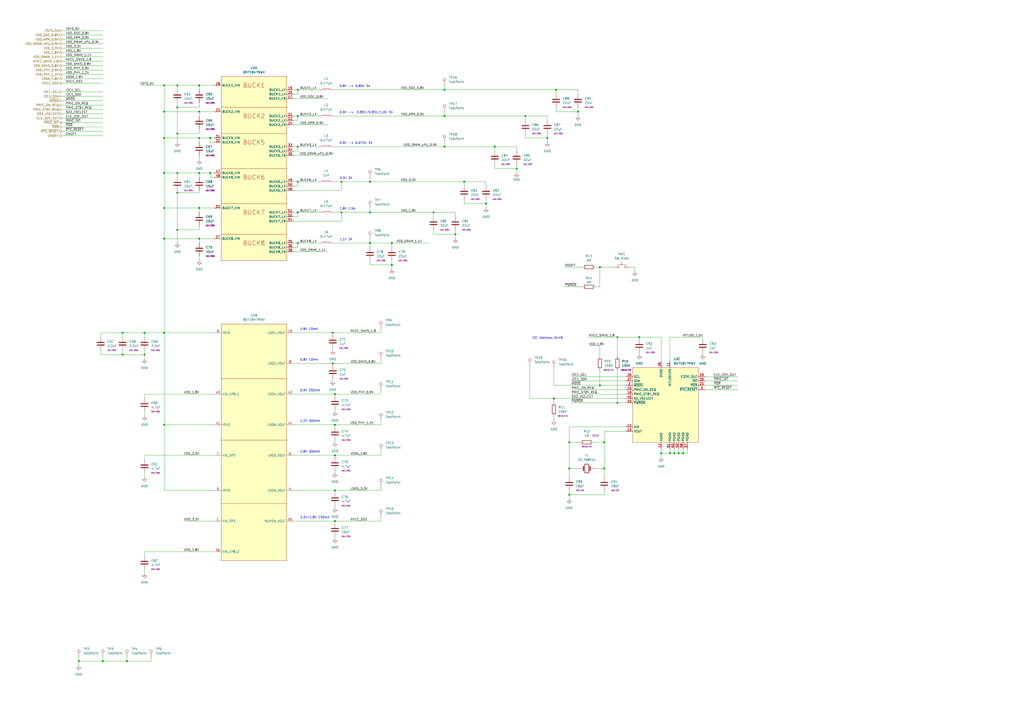
<source format=kicad_sch>
(kicad_sch (version 20230121) (generator eeschema)
  (paper "A2")
  (title_block (title "QSBC") (date "2023-02-19") (rev "1.0") (company "Q-LAB"))
  (junction (at 383.54 262.89))
  (junction (at 121.92 100.33))
  (junction (at 102.87 49.53))
  (junction (at 95.25 120.65))
  (junction (at 257.81 67.31))
  (junction (at 299.72 97.79))
  (junction (at 304.8 67.31))
  (junction (at 115.57 80.01))
  (junction (at 347.98 223.52))
  (junction (at 73.66 383.54))
  (junction (at 83.82 205.74))
  (junction (at 95.25 246.38))
  (junction (at 194.31 264.16))
  (junction (at 194.31 228.6))
  (junction (at 115.57 120.65))
  (junction (at 358.14 195.58))
  (junction (at 322.58 52.07))
  (junction (at 172.72 85.09))
  (junction (at 393.7 262.89))
  (junction (at 115.57 100.33))
  (junction (at 121.92 80.01))
  (junction (at 115.57 138.43))
  (junction (at 214.63 105.41))
  (junction (at 321.31 231.14))
  (junction (at 95.25 193.04))
  (junction (at 115.57 64.77))
  (junction (at 194.31 284.48))
  (junction (at 194.31 246.38))
  (junction (at 347.98 154.94))
  (junction (at 198.12 123.19))
  (junction (at 330.2 256.54))
  (junction (at 102.87 133.35))
  (junction (at 391.16 262.89))
  (junction (at 95.25 138.43))
  (junction (at 102.87 77.47))
  (junction (at 95.25 100.33))
  (junction (at 95.25 64.77))
  (junction (at 102.87 100.33))
  (junction (at 264.16 135.89))
  (junction (at 251.46 123.19))
  (junction (at 115.57 49.53))
  (junction (at 214.63 123.19))
  (junction (at 317.5 80.01))
  (junction (at 45.72 383.54))
  (junction (at 287.02 85.09))
  (junction (at 193.04 193.04))
  (junction (at 214.63 140.97))
  (junction (at 172.72 105.41))
  (junction (at 59.69 383.54))
  (junction (at 198.12 105.41))
  (junction (at 95.25 49.53))
  (junction (at 194.31 302.26))
  (junction (at 95.25 80.01))
  (junction (at 172.72 67.31))
  (junction (at 396.24 262.89))
  (junction (at 350.52 256.54))
  (junction (at 102.87 62.23))
  (junction (at 172.72 123.19))
  (junction (at 257.81 52.07))
  (junction (at 330.2 287.02))
  (junction (at 257.81 85.09))
  (junction (at 358.14 233.68))
  (junction (at 71.12 205.74))
  (junction (at 388.62 262.89))
  (junction (at 83.82 193.04))
  (junction (at 269.24 105.41))
  (junction (at 281.94 118.11))
  (junction (at 193.04 210.82))
  (junction (at 370.84 195.58))
  (junction (at 227.33 140.97))
  (junction (at 227.33 153.67))
  (junction (at 172.72 52.07))
  (junction (at 71.12 193.04))
  (junction (at 330.2 271.78))
  (junction (at 172.72 140.97))
  (junction (at 350.52 271.78))
  (junction (at 335.28 64.77))
  (junction (at 102.87 111.76))
  (wire (pts (xy 220.98 281.94) (xy 220.98 284.48)))
  (wire (pts (xy 35.56 30.48) (xy 59.7644 30.48)))
  (wire (pts (xy 102.87 100.33) (xy 102.87 102.87)))
  (wire (pts (xy 193.04 193.04) (xy 193.04 194.31)))
  (wire (pts (xy 383.54 262.89) (xy 388.62 262.89)))
  (wire (pts (xy 115.57 80.01) (xy 121.92 80.01)))
  (wire (pts (xy 281.94 118.11) (xy 269.24 118.11)))
  (wire (pts (xy 95.25 138.43) (xy 115.57 138.43)))
  (wire (pts (xy 35.56 66.04) (xy 59.69 66.04)))
  (wire (pts (xy 95.25 100.33) (xy 95.25 120.65)))
  (wire (pts (xy 335.28 64.77) (xy 335.28 67.31)))
  (wire (pts (xy 322.58 52.07) (xy 322.58 54.61)))
  (wire (pts (xy 407.67 195.58) (xy 407.67 196.85)))
  (wire (pts (xy 193.04 201.93) (xy 193.04 203.2)))
  (wire (pts (xy 257.81 52.07) (xy 322.58 52.07)))
  (wire (pts (xy 193.04 123.19) (xy 198.12 123.19)))
  (wire (pts (xy 193.04 85.09) (xy 257.81 85.09)))
  (wire (pts (xy 350.52 256.54) (xy 350.52 250.19)))
  (wire (pts (xy 45.72 383.54) (xy 59.69 383.54)))
  (wire (pts (xy 172.72 140.97) (xy 185.42 140.97)))
  (wire (pts (xy 321.31 231.14) (xy 363.22 231.14)))
  (wire (pts (xy 35.56 20.32) (xy 59.69 20.32)))
  (wire (pts (xy 172.72 67.31) (xy 172.72 69.85)))
  (wire (pts (xy 388.62 195.58) (xy 407.67 195.58)))
  (wire (pts (xy 115.57 100.33) (xy 121.92 100.33)))
  (wire (pts (xy 257.81 64.77) (xy 257.81 67.31)))
  (wire (pts (xy 45.72 381) (xy 45.72 383.54)))
  (wire (pts (xy 59.69 383.54) (xy 73.66 383.54)))
  (wire (pts (xy 58.42 193.04) (xy 58.42 195.58)))
  (wire (pts (xy 102.87 59.69) (xy 102.87 62.23)))
  (wire (pts (xy 95.25 64.77) (xy 95.25 80.01)))
  (wire (pts (xy 170.18 54.61) (xy 172.72 54.61)))
  (wire (pts (xy 83.82 231.14) (xy 83.82 228.6)))
  (wire (pts (xy 365.76 154.94) (xy 368.3 154.94)))
  (wire (pts (xy 172.72 105.41) (xy 185.42 105.41)))
  (wire (pts (xy 95.25 80.01) (xy 95.25 100.33)))
  (wire (pts (xy 124.46 82.55) (xy 121.92 82.55)))
  (wire (pts (xy 194.31 284.48) (xy 220.98 284.48)))
  (wire (pts (xy 341.63 200.66) (xy 347.98 200.66)))
  (wire (pts (xy 299.72 95.25) (xy 299.72 97.79)))
  (wire (pts (xy 170.18 110.49) (xy 198.12 110.49)))
  (wire (pts (xy 214.63 151.13) (xy 214.63 153.67)))
  (wire (pts (xy 251.46 123.19) (xy 251.46 125.73)))
  (wire (pts (xy 83.82 193.04) (xy 83.82 195.58)))
  (wire (pts (xy 214.63 102.87) (xy 214.63 105.41)))
  (wire (pts (xy 115.57 64.77) (xy 115.57 67.31)))
  (wire (pts (xy 350.52 256.54) (xy 350.52 271.78)))
  (wire (pts (xy 269.24 105.41) (xy 281.94 105.41)))
  (wire (pts (xy 383.54 195.58) (xy 383.54 209.55)))
  (wire (pts (xy 35.56 22.86) (xy 59.69 22.86)))
  (wire (pts (xy 257.81 85.09) (xy 287.02 85.09)))
  (wire (pts (xy 172.72 52.07) (xy 172.72 54.61)))
  (wire (pts (xy 35.56 78.74) (xy 59.69 78.74)))
  (wire (pts (xy 368.3 157.48) (xy 368.3 154.94)))
  (wire (pts (xy 106.68 302.26) (xy 124.46 302.26)))
  (wire (pts (xy 193.04 219.71) (xy 193.04 220.98)))
  (wire (pts (xy 408.94 220.98) (xy 427.99 220.98)))
  (wire (pts (xy 220.98 243.84) (xy 220.98 246.38)))
  (wire (pts (xy 331.47 220.98) (xy 363.22 220.98)))
  (wire (pts (xy 83.82 193.04) (xy 71.12 193.04)))
  (wire (pts (xy 198.12 123.19) (xy 214.63 123.19)))
  (wire (pts (xy 322.58 52.07) (xy 335.28 52.07)))
  (wire (pts (xy 172.72 140.97) (xy 172.72 143.51)))
  (wire (pts (xy 35.56 25.4) (xy 59.69 25.4)))
  (wire (pts (xy 115.57 111.76) (xy 102.87 111.76)))
  (wire (pts (xy 304.8 77.47) (xy 304.8 80.01)))
  (wire (pts (xy 102.87 49.53) (xy 115.57 49.53)))
  (wire (pts (xy 95.25 246.38) (xy 95.25 284.48)))
  (wire (pts (xy 35.56 55.88) (xy 59.69 55.88)))
  (wire (pts (xy 73.66 381) (xy 73.66 383.54)))
  (wire (pts (xy 330.2 247.65) (xy 330.2 256.54)))
  (wire (pts (xy 172.72 52.07) (xy 185.42 52.07)))
  (wire (pts (xy 383.54 262.89) (xy 383.54 265.43)))
  (wire (pts (xy 194.31 264.16) (xy 220.98 264.16)))
  (wire (pts (xy 287.02 95.25) (xy 287.02 97.79)))
  (wire (pts (xy 341.63 195.58) (xy 358.14 195.58)))
  (wire (pts (xy 115.57 74.93) (xy 115.57 77.47)))
  (wire (pts (xy 330.2 271.78) (xy 336.55 271.78)))
  (wire (pts (xy 102.87 111.76) (xy 102.87 110.49)))
  (wire (pts (xy 115.57 64.77) (xy 95.25 64.77)))
  (wire (pts (xy 170.18 125.73) (xy 172.72 125.73)))
  (wire (pts (xy 170.18 87.63) (xy 172.72 87.63)))
  (wire (pts (xy 347.98 200.66) (xy 347.98 207.01)))
  (wire (pts (xy 95.25 49.53) (xy 102.87 49.53)))
  (wire (pts (xy 251.46 133.35) (xy 251.46 135.89)))
  (wire (pts (xy 358.14 207.01) (xy 358.14 195.58)))
  (wire (pts (xy 269.24 115.57) (xy 269.24 118.11)))
  (wire (pts (xy 307.34 212.09) (xy 307.34 231.14)))
  (wire (pts (xy 220.98 190.5) (xy 220.98 193.04)))
  (wire (pts (xy 170.18 105.41) (xy 172.72 105.41)))
  (wire (pts (xy 121.92 80.01) (xy 124.46 80.01)))
  (wire (pts (xy 71.12 203.2) (xy 71.12 205.74)))
  (wire (pts (xy 170.18 146.05) (xy 190.5 146.05)))
  (wire (pts (xy 383.54 260.35) (xy 383.54 262.89)))
  (wire (pts (xy 170.18 107.95) (xy 172.72 107.95)))
  (wire (pts (xy 299.72 97.79) (xy 287.02 97.79)))
  (wire (pts (xy 396.24 260.35) (xy 396.24 262.89)))
  (wire (pts (xy 194.31 273.05) (xy 194.31 274.32)))
  (wire (pts (xy 83.82 266.7) (xy 83.82 264.16)))
  (wire (pts (xy 115.57 120.65) (xy 124.46 120.65)))
  (wire (pts (xy 95.25 64.77) (xy 95.25 49.53)))
  (wire (pts (xy 330.2 256.54) (xy 336.55 256.54)))
  (wire (pts (xy 198.12 110.49) (xy 198.12 105.41)))
  (wire (pts (xy 214.63 120.65) (xy 214.63 123.19)))
  (wire (pts (xy 115.57 52.07) (xy 115.57 49.53)))
  (wire (pts (xy 322.58 62.23) (xy 322.58 64.77)))
  (wire (pts (xy 193.04 105.41) (xy 198.12 105.41)))
  (wire (pts (xy 370.84 204.47) (xy 370.84 205.74)))
  (wire (pts (xy 257.81 67.31) (xy 304.8 67.31)))
  (wire (pts (xy 172.72 123.19) (xy 172.72 125.73)))
  (wire (pts (xy 45.72 383.54) (xy 45.72 386.08)))
  (wire (pts (xy 170.18 228.6) (xy 194.31 228.6)))
  (wire (pts (xy 304.8 67.31) (xy 304.8 69.85)))
  (wire (pts (xy 115.57 100.33) (xy 115.57 102.87)))
  (wire (pts (xy 370.84 195.58) (xy 383.54 195.58)))
  (wire (pts (xy 170.18 284.48) (xy 194.31 284.48)))
  (wire (pts (xy 321.31 241.3) (xy 321.31 243.84)))
  (wire (pts (xy 281.94 105.41) (xy 281.94 107.95)))
  (wire (pts (xy 115.57 138.43) (xy 124.46 138.43)))
  (wire (pts (xy 170.18 123.19) (xy 172.72 123.19)))
  (wire (pts (xy 83.82 205.74) (xy 83.82 208.28)))
  (wire (pts (xy 331.47 218.44) (xy 363.22 218.44)))
  (wire (pts (xy 198.12 128.27) (xy 198.12 123.19)))
  (wire (pts (xy 321.31 213.36) (xy 321.31 223.52)))
  (wire (pts (xy 388.62 209.55) (xy 388.62 195.58)))
  (wire (pts (xy 35.56 43.18) (xy 59.7644 43.18)))
  (wire (pts (xy 220.98 208.28) (xy 220.98 210.82)))
  (wire (pts (xy 194.31 311.15) (xy 194.31 312.42)))
  (wire (pts (xy 83.82 322.58) (xy 83.82 320.04)))
  (wire (pts (xy 287.02 85.09) (xy 287.02 87.63)))
  (wire (pts (xy 95.25 193.04) (xy 95.25 246.38)))
  (wire (pts (xy 35.56 38.1) (xy 59.69 38.1)))
  (wire (pts (xy 299.72 97.79) (xy 299.72 100.33)))
  (wire (pts (xy 35.56 33.02) (xy 59.69 33.02)))
  (wire (pts (xy 347.98 214.63) (xy 347.98 223.52)))
  (wire (pts (xy 281.94 115.57) (xy 281.94 118.11)))
  (wire (pts (xy 35.56 53.34) (xy 59.69 53.34)))
  (wire (pts (xy 363.22 247.65) (xy 330.2 247.65)))
  (wire (pts (xy 115.57 90.17) (xy 115.57 92.71)))
  (wire (pts (xy 327.66 154.94) (xy 337.82 154.94)))
  (wire (pts (xy 71.12 193.04) (xy 71.12 195.58)))
  (wire (pts (xy 172.72 85.09) (xy 172.72 87.63)))
  (wire (pts (xy 317.5 67.31) (xy 317.5 69.85)))
  (wire (pts (xy 194.31 255.27) (xy 194.31 256.54)))
  (wire (pts (xy 115.57 120.65) (xy 115.57 123.19)))
  (wire (pts (xy 194.31 284.48) (xy 194.31 285.75)))
  (wire (pts (xy 330.2 284.48) (xy 330.2 287.02)))
  (wire (pts (xy 227.33 140.97) (xy 227.33 143.51)))
  (wire (pts (xy 321.31 223.52) (xy 347.98 223.52)))
  (wire (pts (xy 317.5 80.01) (xy 317.5 82.55)))
  (wire (pts (xy 358.14 195.58) (xy 370.84 195.58)))
  (wire (pts (xy 95.25 120.65) (xy 95.25 138.43)))
  (wire (pts (xy 170.18 143.51) (xy 172.72 143.51)))
  (wire (pts (xy 115.57 49.53) (xy 124.46 49.53)))
  (wire (pts (xy 194.31 246.38) (xy 220.98 246.38)))
  (wire (pts (xy 227.33 153.67) (xy 227.33 156.21)))
  (wire (pts (xy 350.52 250.19) (xy 363.22 250.19)))
  (wire (pts (xy 317.5 77.47) (xy 317.5 80.01)))
  (wire (pts (xy 321.31 233.68) (xy 321.31 231.14)))
  (wire (pts (xy 335.28 62.23) (xy 335.28 64.77)))
  (wire (pts (xy 408.94 218.44) (xy 427.99 218.44)))
  (wire (pts (xy 358.14 233.68) (xy 363.22 233.68)))
  (wire (pts (xy 347.98 223.52) (xy 363.22 223.52)))
  (wire (pts (xy 59.69 381) (xy 59.69 383.54)))
  (wire (pts (xy 257.81 82.55) (xy 257.81 85.09)))
  (wire (pts (xy 330.2 256.54) (xy 330.2 271.78)))
  (wire (pts (xy 121.92 100.33) (xy 124.46 100.33)))
  (wire (pts (xy 124.46 102.87) (xy 121.92 102.87)))
  (wire (pts (xy 398.78 260.35) (xy 398.78 262.89)))
  (wire (pts (xy 115.57 130.81) (xy 115.57 133.35)))
  (wire (pts (xy 214.63 123.19) (xy 251.46 123.19)))
  (wire (pts (xy 170.18 264.16) (xy 194.31 264.16)))
  (wire (pts (xy 95.25 284.48) (xy 124.46 284.48)))
  (wire (pts (xy 344.17 256.54) (xy 350.52 256.54)))
  (wire (pts (xy 102.87 77.47) (xy 115.57 77.47)))
  (wire (pts (xy 83.82 264.16) (xy 124.46 264.16)))
  (wire (pts (xy 194.31 228.6) (xy 220.98 228.6)))
  (wire (pts (xy 408.94 226.06) (xy 427.99 226.06)))
  (wire (pts (xy 35.56 35.56) (xy 59.69 35.56)))
  (wire (pts (xy 95.25 193.04) (xy 124.46 193.04)))
  (wire (pts (xy 83.82 203.2) (xy 83.82 205.74)))
  (wire (pts (xy 264.16 135.89) (xy 264.16 138.43)))
  (wire (pts (xy 347.98 166.37) (xy 347.98 154.94)))
  (wire (pts (xy 393.7 260.35) (xy 393.7 262.89)))
  (wire (pts (xy 115.57 64.77) (xy 124.46 64.77)))
  (wire (pts (xy 408.94 223.52) (xy 427.99 223.52)))
  (wire (pts (xy 299.72 85.09) (xy 299.72 87.63)))
  (wire (pts (xy 350.52 284.48) (xy 350.52 287.02)))
  (wire (pts (xy 335.28 64.77) (xy 322.58 64.77)))
  (wire (pts (xy 35.56 45.72) (xy 59.7644 45.72)))
  (wire (pts (xy 391.16 262.89) (xy 393.7 262.89)))
  (wire (pts (xy 170.18 52.07) (xy 172.72 52.07)))
  (wire (pts (xy 170.18 72.39) (xy 190.5 72.39)))
  (wire (pts (xy 257.81 49.53) (xy 257.81 52.07)))
  (wire (pts (xy 220.98 226.06) (xy 220.98 228.6)))
  (wire (pts (xy 170.18 67.31) (xy 172.72 67.31)))
  (wire (pts (xy 102.87 140.97) (xy 102.87 133.35)))
  (wire (pts (xy 170.18 57.15) (xy 190.5 57.15)))
  (wire (pts (xy 170.18 69.85) (xy 172.72 69.85)))
  (wire (pts (xy 193.04 193.04) (xy 220.98 193.04)))
  (wire (pts (xy 391.16 260.35) (xy 391.16 262.89)))
  (wire (pts (xy 73.66 383.54) (xy 87.63 383.54)))
  (wire (pts (xy 214.63 140.97) (xy 227.33 140.97)))
  (wire (pts (xy 35.56 63.5) (xy 59.69 63.5)))
  (wire (pts (xy 102.87 62.23) (xy 102.87 77.47)))
  (wire (pts (xy 393.7 262.89) (xy 396.24 262.89)))
  (wire (pts (xy 194.31 264.16) (xy 194.31 265.43)))
  (wire (pts (xy 115.57 138.43) (xy 115.57 140.97)))
  (wire (pts (xy 83.82 320.04) (xy 124.46 320.04)))
  (wire (pts (xy 71.12 193.04) (xy 58.42 193.04)))
  (wire (pts (xy 193.04 193.04) (xy 170.18 193.04)))
  (wire (pts (xy 194.31 302.26) (xy 194.31 303.53)))
  (wire (pts (xy 214.63 138.43) (xy 214.63 140.97)))
  (wire (pts (xy 35.56 27.94) (xy 59.7644 27.94)))
  (wire (pts (xy 194.31 302.26) (xy 220.98 302.26)))
  (wire (pts (xy 172.72 85.09) (xy 185.42 85.09)))
  (wire (pts (xy 194.31 237.49) (xy 194.31 238.76)))
  (wire (pts (xy 172.72 105.41) (xy 172.72 107.95)))
  (wire (pts (xy 95.25 138.43) (xy 95.25 193.04)))
  (wire (pts (xy 193.04 67.31) (xy 257.81 67.31)))
  (wire (pts (xy 388.62 262.89) (xy 391.16 262.89)))
  (wire (pts (xy 264.16 135.89) (xy 251.46 135.89)))
  (wire (pts (xy 102.87 111.76) (xy 102.87 133.35)))
  (wire (pts (xy 35.56 17.78) (xy 59.69 17.78)))
  (wire (pts (xy 331.47 228.6) (xy 363.22 228.6)))
  (wire (pts (xy 170.18 128.27) (xy 198.12 128.27)))
  (wire (pts (xy 317.5 80.01) (xy 304.8 80.01)))
  (wire (pts (xy 35.56 48.26) (xy 59.69 48.26)))
  (wire (pts (xy 170.18 140.97) (xy 172.72 140.97)))
  (wire (pts (xy 115.57 148.59) (xy 115.57 151.13)))
  (wire (pts (xy 330.2 287.02) (xy 330.2 289.56)))
  (wire (pts (xy 345.44 166.37) (xy 347.98 166.37)))
  (wire (pts (xy 102.87 62.23) (xy 115.57 62.23)))
  (wire (pts (xy 388.62 260.35) (xy 388.62 262.89)))
  (wire (pts (xy 194.31 246.38) (xy 194.31 247.65)))
  (wire (pts (xy 198.12 105.41) (xy 214.63 105.41)))
  (wire (pts (xy 83.82 205.74) (xy 71.12 205.74)))
  (wire (pts (xy 264.16 133.35) (xy 264.16 135.89)))
  (wire (pts (xy 281.94 118.11) (xy 281.94 120.65)))
  (wire (pts (xy 251.46 123.19) (xy 264.16 123.19)))
  (wire (pts (xy 87.63 381) (xy 87.63 383.54)))
  (wire (pts (xy 214.63 105.41) (xy 269.24 105.41)))
  (wire (pts (xy 304.8 67.31) (xy 317.5 67.31)))
  (wire (pts (xy 35.56 76.2) (xy 59.7644 76.2)))
  (wire (pts (xy 95.25 80.01) (xy 115.57 80.01)))
  (wire (pts (xy 227.33 151.13) (xy 227.33 153.67)))
  (wire (pts (xy 220.98 299.72) (xy 220.98 302.26)))
  (wire (pts (xy 193.04 52.07) (xy 257.81 52.07)))
  (wire (pts (xy 81.28 49.53) (xy 95.25 49.53)))
  (wire (pts (xy 115.57 80.01) (xy 115.57 82.55)))
  (wire (pts (xy 335.28 52.07) (xy 335.28 54.61)))
  (wire (pts (xy 58.42 205.74) (xy 58.42 203.2)))
  (wire (pts (xy 83.82 330.2) (xy 83.82 332.74)))
  (wire (pts (xy 170.18 302.26) (xy 194.31 302.26)))
  (wire (pts (xy 307.34 231.14) (xy 321.31 231.14)))
  (wire (pts (xy 170.18 246.38) (xy 194.31 246.38)))
  (wire (pts (xy 71.12 205.74) (xy 58.42 205.74)))
  (wire (pts (xy 370.84 195.58) (xy 370.84 196.85)))
  (wire (pts (xy 347.98 154.94) (xy 355.6 154.94)))
  (wire (pts (xy 193.04 140.97) (xy 214.63 140.97)))
  (wire (pts (xy 35.56 68.58) (xy 59.69 68.58)))
  (wire (pts (xy 193.04 210.82) (xy 220.98 210.82)))
  (wire (pts (xy 172.72 123.19) (xy 185.42 123.19)))
  (wire (pts (xy 95.25 100.33) (xy 102.87 100.33)))
  (wire (pts (xy 170.18 90.17) (xy 190.5 90.17)))
  (wire (pts (xy 350.52 271.78) (xy 350.52 276.86)))
  (wire (pts (xy 35.56 60.96) (xy 59.7644 60.96)))
  (wire (pts (xy 35.56 40.64) (xy 59.69 40.64)))
  (wire (pts (xy 330.2 271.78) (xy 330.2 276.86)))
  (wire (pts (xy 327.66 166.37) (xy 337.82 166.37)))
  (wire (pts (xy 170.18 210.82) (xy 193.04 210.82)))
  (wire (pts (xy 83.82 228.6) (xy 124.46 228.6)))
  (wire (pts (xy 102.87 100.33) (xy 115.57 100.33)))
  (wire (pts (xy 121.92 82.55) (xy 121.92 80.01)))
  (wire (pts (xy 95.25 246.38) (xy 124.46 246.38)))
  (wire (pts (xy 102.87 49.53) (xy 102.87 52.07)))
  (wire (pts (xy 396.24 262.89) (xy 398.78 262.89)))
  (wire (pts (xy 35.56 71.12) (xy 59.69 71.12)))
  (wire (pts (xy 264.16 123.19) (xy 264.16 125.73)))
  (wire (pts (xy 331.47 226.06) (xy 363.22 226.06)))
  (wire (pts (xy 220.98 261.62) (xy 220.98 264.16)))
  (wire (pts (xy 214.63 140.97) (xy 214.63 143.51)))
  (wire (pts (xy 227.33 153.67) (xy 214.63 153.67)))
  (wire (pts (xy 193.04 210.82) (xy 193.04 212.09)))
  (wire (pts (xy 172.72 67.31) (xy 185.42 67.31)))
  (wire (pts (xy 269.24 105.41) (xy 269.24 107.95)))
  (wire (pts (xy 115.57 110.49) (xy 115.57 111.76)))
  (wire (pts (xy 102.87 133.35) (xy 115.57 133.35)))
  (wire (pts (xy 347.98 154.94) (xy 345.44 154.94)))
  (wire (pts (xy 170.18 85.09) (xy 172.72 85.09)))
  (wire (pts (xy 121.92 100.33) (xy 121.92 102.87)))
  (wire (pts (xy 194.31 293.37) (xy 194.31 294.64)))
  (wire (pts (xy 227.33 140.97) (xy 248.92 140.97)))
  (wire (pts (xy 407.67 204.47) (xy 407.67 205.74)))
  (wire (pts (xy 344.17 271.78) (xy 350.52 271.78)))
  (wire (pts (xy 83.82 238.76) (xy 83.82 241.3)))
  (wire (pts (xy 330.2 287.02) (xy 350.52 287.02)))
  (wire (pts (xy 95.25 120.65) (xy 115.57 120.65)))
  (wire (pts (xy 358.14 214.63) (xy 358.14 233.68)))
  (wire (pts (xy 287.02 85.09) (xy 299.72 85.09)))
  (wire (pts (xy 95.25 193.04) (xy 83.82 193.04)))
  (wire (pts (xy 331.47 233.68) (xy 358.14 233.68)))
  (wire (pts (xy 35.56 73.66) (xy 59.7644 73.66)))
  (wire (pts (xy 35.56 58.42) (xy 59.7644 58.42)))
  (wire (pts (xy 115.57 62.23) (xy 115.57 59.69)))
  (wire (pts (xy 102.87 82.55) (xy 102.87 77.47)))
  (wire (pts (xy 194.31 228.6) (xy 194.31 229.87)))
  (wire (pts (xy 83.82 274.32) (xy 83.82 276.86)))
  (text "0.8V 10mA" (at 173.99 209.55 0) (effects (font (size 1.27 1.27)) (justify left bottom)))
  (text "1.2V 300mA" (at 173.99 245.11 0) (effects (font (size 1.27 1.27)) (justify left bottom)))
  (text "0.9V 250mA" (at 173.99 227.33 0) (effects (font (size 1.27 1.27)) (justify left bottom)))
  (text "I2C Address: 0x4B" (at 308.61 196.85 0) (effects (font (size 1.27 1.27)) (justify left bottom)))
  (text "0.9V ->  0.85V/0.95V/1.0V 3A" (at 196.85 66.04 0) (effects (font (size 1.27 1.27)) (justify left bottom)))
  (text "3.3V 3A" (at 196.85 104.14 0) (effects (font (size 1.27 1.27)) (justify left bottom)))
  (text "0.9V -> 0.975V 3A" (at 196.85 83.82 0) (effects (font (size 1.27 1.27)) (justify left bottom)))
  (text "1.8V 300mA" (at 173.99 262.89 0) (effects (font (size 1.27 1.27)) (justify left bottom)))
  (text "1.8V 1.5A" (at 196.85 121.92 0) (effects (font (size 1.27 1.27)) (justify left bottom)))
  (text "1.8V 10mA" (at 173.99 191.77 0) (effects (font (size 1.27 1.27)) (justify left bottom)))
  (text "3.3V/1.8V 150mA" (at 173.99 300.99 0) (effects (font (size 1.27 1.27)) (justify left bottom)))
  (text "1.1V 3A\n" (at 196.85 139.7 0) (effects (font (size 1.27 1.27)) (justify left bottom)))
  (text "0.8V -> 0.85V 3A" (at 196.85 50.8 0) (effects (font (size 1.27 1.27)) (justify left bottom)))
  (label "VDDA_1.8V" (at 38.1 45.72 0))
  (label "I2C1_SCL" (at 331.47 218.44 0))
  (label "PMIC_STBY_REQ" (at 331.47 228.6 0))
  (label "~{PWRON}" (at 331.47 233.68 0))
  (label "VDD_SOC_0.8V" (at 38.1 20.32 0))
  (label "I2C1_SCL" (at 38.1 53.34 0))
  (label "~{RTC_RESET}" (at 38.1 76.2 0))
  (label "~{PMIC_INT}" (at 38.1 71.12 0))
  (label "~{POR}" (at 414.02 223.52 0))
  (label "VDD_PHY_1.2V" (at 203.2 246.38 0))
  (label "BUCK7_LX" (at 173.99 123.19 0))
  (label "I2C1_SDA" (at 331.47 220.98 0))
  (label "VSYS_5V" (at 38.1 17.78 0))
  (label "VDD_3.3V" (at 232.41 105.41 0))
  (label "VSYS_5V" (at 81.28 49.53 0))
  (label "VDD_DRAM_1.1V" (at 229.87 140.97 0))
  (label "BUCK2_LX" (at 173.99 67.31 0))
  (label "BUCK5_LX" (at 173.99 85.09 0))
  (label "~{WDOG}" (at 331.47 223.52 0))
  (label "CLK_32K_OUT" (at 414.02 218.44 0))
  (label "VDD_1.8V" (at 38.1 30.48 0))
  (label "VDD_SNVS_0.8V" (at 203.2 210.82 0))
  (label "VDD_DRAM_xPU_0.9V" (at 173.6852 90.17 0))
  (label "ONOFF" (at 38.1 78.74 0))
  (label "VDDA_1.8V" (at 203.2 264.16 0))
  (label "~{POR}" (at 38.1 73.66 0))
  (label "VDD_1.8V" (at 232.41 123.19 0))
  (label "~{PMIC_INT}" (at 414.02 220.98 0))
  (label "VDD_SOC_0.8V" (at 173.99 57.15 0))
  (label "VDD_1.8V" (at 106.68 320.04 0))
  (label "VDD_DRAM_xPU_0.9V" (at 38.1 25.4 0))
  (label "~{WDOG}" (at 38.1 58.42 0))
  (label "NVCC_SNVS_1.8" (at 38.1 35.56 0))
  (label "VDD_PHY_0.9V" (at 38.1 40.64 0))
  (label "VDD_DRAM_xPU_0.9V" (at 234.0541 85.09 0))
  (label "NVCC_SNVS_1.8" (at 203.2 193.04 0))
  (label "INTLDO_1.5V" (at 407.67 195.58 180))
  (label "VDD_ARM_0.9V" (at 173.99 72.39 0))
  (label "NVCC_SD2" (at 203.2 302.26 0))
  (label "~{PWRON}" (at 327.66 166.37 0))
  (label "BUCK1_LX" (at 173.99 52.07 0))
  (label "LDO5_3.3V" (at 203.2 284.48 0))
  (label "VDD_1.8V" (at 106.68 228.6 0))
  (label "VDD_3.3V" (at 38.1 27.94 0))
  (label "BUCK8_LX" (at 173.99 140.97 0))
  (label "NVCC_SNVS_1.8" (at 341.63 195.58 0))
  (label "VDD_1.8V" (at 341.63 200.66 0))
  (label "VDD_SOC_0.8V" (at 232.41 52.07 0))
  (label "~{RTC_RESET}" (at 414.02 226.06 0))
  (label "ONOFF" (at 327.66 154.94 0))
  (label "I2C1_SDA" (at 38.1 55.88 0))
  (label "VDD_3.3V" (at 106.68 264.16 0))
  (label "CLK_32K_OUT" (at 38.1 68.58 0))
  (label "SD2_VSELECT" (at 331.47 231.14 0))
  (label "VDD_PHY_1.2V" (at 38.1 43.18 0))
  (label "VDD_DRAM_1.1V" (at 38.1 33.02 0))
  (label "PMIC_ON_REQ" (at 331.47 226.06 0))
  (label "NVCC_SD2" (at 38.1 48.26 0))
  (label "SD2_VSELECT" (at 38.1 66.04 0))
  (label "PMIC_ON_REQ" (at 38.1 60.96 0))
  (label "VDD_3.3V" (at 106.68 302.26 0))
  (label "VDD_PHY_0.9V" (at 203.2 228.6 0))
  (label "VDD_DRAM_1.1V" (at 173.99 146.05 0))
  (label "PMIC_STBY_REQ" (at 38.1 63.5 0))
  (label "VDD_ARM_0.9V" (at 38.1 22.86 0))
  (label "BUCK6_LX" (at 173.99 105.41 0))
  (label "VDD_ARM_0.9V" (at 232.41 67.31 0))
  (label "VDD_SNVS_0.8V" (at 38.1 38.1 0))
  (hierarchical_label "VDDA_1.8V" (shape output) (at 35.56 45.72 180))
  (hierarchical_label "VDD_3.3V" (shape output) (at 35.56 27.94 180))
  (hierarchical_label "VDD_SNVS_0.8V" (shape output) (at 35.56 38.1 180))
  (hierarchical_label "CLK_32K_OUT" (shape output) (at 35.56 68.58 180))
  (hierarchical_label "ONOFF" (shape output) (at 35.56 78.74 180))
  (hierarchical_label "VDD_DRAM_1.1V" (shape output) (at 35.56 33.02 180))
  (hierarchical_label "VDD_PHY_0.9V" (shape output) (at 35.56 40.64 180))
  (hierarchical_label "VDD_PHY_1.2V" (shape output) (at 35.56 43.18 180))
  (hierarchical_label "VSYS_5V" (shape input) (at 35.56 17.78 180))
  (hierarchical_label "I2C1_SCL" (shape input) (at 35.56 53.34 180))
  (hierarchical_label "~{RTC_RESET}" (shape output) (at 35.56 76.2 180))
  (hierarchical_label "PMIC_STBY_REQ" (shape input) (at 35.56 63.5 180))
  (hierarchical_label "~{POR}" (shape output) (at 35.56 73.66 180))
  (hierarchical_label "~{PMIC_INT}" (shape output) (at 35.56 71.12 180))
  (hierarchical_label "VDD_DRAM_xPU_0.9V" (shape output) (at 35.56 25.4 180))
  (hierarchical_label "I2C1_SDA" (shape bidirectional) (at 35.56 55.88 180))
  (hierarchical_label "SD2_VSELECT" (shape input) (at 35.56 66.04 180))
  (hierarchical_label "VDD_SOC_0.8V" (shape output) (at 35.56 20.32 180))
  (hierarchical_label "NVCC_SNVS_1.8" (shape output) (at 35.56 35.56 180))
  (hierarchical_label "PMIC_ON_REQ" (shape input) (at 35.56 60.96 180))
  (hierarchical_label "VDD_1.8V" (shape output) (at 35.56 30.48 180))
  (hierarchical_label "~{WDOG}" (shape input) (at 35.56 58.42 180))
  (hierarchical_label "NVCC_SD2" (shape output) (at 35.56 48.26 180))
  (hierarchical_label "VDD_ARM_0.9V" (shape output) (at 35.56 22.86 180))
  (symbol (lib_id "power:GND") (at 193.04 220.98 0) (unit 1)
    (property "Reference" "#PWR035" (effects hide))
    (property "Value" "GND" (at 193.04 226.06 0))
  )
  (symbol (lib_id "Device:C") (at 350.52 280.67 0) (unit 1)
    (property "Reference" "C91" (at 354.33 279.3999 0) (effects (justify left)))
    (property "Value" "18pF" (at 354.33 281.9399 0) (effects (justify left)))
    (property "Footprint" "qsbc:C_0201_0603Metric" (effects hide))
    (property "Rating" "50V/5%" (at 356.87 284.48 0) (effects (font (size 0.762 0.762))))
    (property "MPN" "GRM0335C1H180JA01D" (effects hide))
  )
  (symbol (lib_id "Connector:TestPoint") (at 257.81 49.53 0) (unit 1) (in_bom no)
    (property "Reference" "TP16" (at 260.35 44.9579 0) (effects (justify left)))
    (property "Value" "TestPoint" (at 260.35 47.4979 0) (effects (justify left)))
    (property "Footprint" "qsbc:TestPoint_Pad_D0.4mm" (effects hide))
  )
  (symbol (lib_id "Connector:TestPoint") (at 73.66 381 0) (unit 1) (in_bom no)
    (property "Reference" "TP4" (at 76.2 376.4279 0) (effects (justify left)))
    (property "Value" "TestPoint" (at 76.2 378.9679 0) (effects (justify left)))
    (property "Footprint" "qsbc:TestPoint_Pad_D0.4mm" (effects hide))
  )
  (symbol (lib_id "Device:C") (at 251.46 129.54 0) (unit 1)
    (property "Reference" "C80" (at 255.27 128.2699 0) (effects (justify left)))
    (property "Value" "22uF" (at 255.27 130.8099 0) (effects (justify left)))
    (property "Footprint" "qsbc:C_0603_1608Metric" (effects hide))
    (property "Rating" "10V/20%" (at 257.81 133.35 0) (effects (font (size 0.762 0.762))))
    (property "MPN" "CL10A226MP8NUNE" (effects hide))
  )
  (symbol (lib_id "power:GND") (at 264.16 138.43 0) (unit 1)
    (property "Reference" "#PWR042" (effects hide))
    (property "Value" "GND" (at 264.16 143.51 0))
  )
  (symbol (lib_id "power:GND") (at 115.57 151.13 0) (unit 1)
    (property "Reference" "#PWR033" (effects hide))
    (property "Value" "GND" (at 115.57 156.21 0))
  )
  (symbol (lib_id "Device:C") (at 83.82 326.39 0) (unit 1)
    (property "Reference" "C62" (at 87.63 325.1199 0) (effects (justify left)))
    (property "Value" "4.7uF" (at 87.63 327.6599 0) (effects (justify left)))
    (property "Footprint" "qsbc:C_0402_1005Metric" (effects hide))
    (property "Rating" "10V/20%" (at 90.17 330.2 0) (effects (font (size 0.762 0.762))))
    (property "MPN" "CL05A475MP5NRNC" (effects hide))
  )
  (symbol (lib_id "Connector:TestPoint") (at 220.98 281.94 0) (unit 1) (in_bom no)
    (property "Reference" "TP14" (at 223.52 277.3679 0) (effects (justify left)))
    (property "Value" "TestPoint" (at 223.52 279.9079 0) (effects (justify left)))
    (property "Footprint" "qsbc:TestPoint_Pad_D0.4mm" (effects hide))
  )
  (symbol (lib_id "Device:C") (at 194.31 251.46 0) (unit 1)
    (property "Reference" "C74" (at 198.12 250.1899 0) (effects (justify left)))
    (property "Value" "4.7uF" (at 198.12 252.7299 0) (effects (justify left)))
    (property "Footprint" "qsbc:C_0402_1005Metric" (effects hide))
    (property "Rating" "10V/20%" (at 200.66 255.27 0) (effects (font (size 0.762 0.762))))
    (property "MPN" "CL05A475MP5NRNC" (effects hide))
  )
  (symbol (lib_id "Connector:TestPoint") (at 220.98 226.06 0) (unit 1) (in_bom no)
    (property "Reference" "TP11" (at 223.52 221.4879 0) (effects (justify left)))
    (property "Value" "TestPoint" (at 223.52 224.0279 0) (effects (justify left)))
    (property "Footprint" "qsbc:TestPoint_Pad_D0.4mm" (effects hide))
  )
  (symbol (lib_id "Device:C") (at 299.72 91.44 0) (unit 1)
    (property "Reference" "C85" (at 303.53 90.1699 0) (effects (justify left)))
    (property "Value" "22uF" (at 303.53 92.7099 0) (effects (justify left)))
    (property "Footprint" "qsbc:C_0603_1608Metric" (effects hide))
    (property "Rating" "10V/20%" (at 306.07 95.25 0) (effects (font (size 0.762 0.762))))
    (property "MPN" "CL10A226MP8NUNE" (effects hide))
  )
  (symbol (lib_id "Device:R") (at 321.31 237.49 0) (unit 1)
    (property "Reference" "R11" (at 323.85 236.2199 0) (effects (justify left)))
    (property "Value" "100K" (at 323.85 238.7599 0) (effects (justify left)))
    (property "Footprint" "qsbc:R_0402_1005Metric" (effects hide))
    (property "Rating" "50mW/1%" (at 326.39 241.3 0) (effects (font (size 0.762 0.762))))
    (property "MPN" "RC0402FR-07100KL" (effects hide))
  )
  (symbol (lib_id "Connector:TestPoint") (at 59.69 381 0) (unit 1) (in_bom no)
    (property "Reference" "TP3" (at 62.23 376.4279 0) (effects (justify left)))
    (property "Value" "TestPoint" (at 62.23 378.9679 0) (effects (justify left)))
    (property "Footprint" "qsbc:TestPoint_Pad_D0.4mm" (effects hide))
  )
  (symbol (lib_id "Device:C") (at 71.12 199.39 0) (unit 1)
    (property "Reference" "C58" (at 74.93 198.1199 0) (effects (justify left)))
    (property "Value" "2.2uF" (at 74.93 200.6599 0) (effects (justify left)))
    (property "Footprint" "qsbc:C_0402_1005Metric" (effects hide))
    (property "Rating" "10V/20%" (at 77.47 203.2 0) (effects (font (size 0.762 0.762))))
    (property "MPN" "GRM155R61A225KE95D" (effects hide))
  )
  (symbol (lib_id "Device:C") (at 115.57 127 0) (unit 1)
    (property "Reference" "C69" (at 119.38 125.7299 0) (effects (justify left)))
    (property "Value" "10uF" (at 119.38 128.2699 0) (effects (justify left)))
    (property "Footprint" "qsbc:C_0603_1608Metric" (effects hide))
    (property "Rating" "10V/20%" (at 121.92 130.81 0) (effects (font (size 0.762 0.762))))
    (property "MPN" "CL10A106KP8NNNC" (effects hide))
  )
  (symbol (lib_id "Connector:TestPoint") (at 45.72 381 0) (unit 1) (in_bom no)
    (property "Reference" "TP2" (at 48.26 376.4279 0) (effects (justify left)))
    (property "Value" "TestPoint" (at 48.26 378.9679 0) (effects (justify left)))
    (property "Footprint" "qsbc:TestPoint_Pad_D0.4mm" (effects hide))
  )
  (symbol (lib_id "power:GND") (at 194.31 294.64 0) (unit 1)
    (property "Reference" "#PWR039" (effects hide))
    (property "Value" "GND" (at 194.31 299.72 0))
  )
  (symbol (lib_id "power:GND") (at 45.72 386.08 0) (unit 1)
    (property "Reference" "#PWR025" (effects hide))
    (property "Value" "GND" (at 45.72 391.16 0))
  )
  (symbol (lib_id "Device:L") (at 189.23 85.09 90) (unit 1)
    (property "Reference" "L3" (at 189.23 78.74 90))
    (property "Value" "0.47uH" (at 189.23 81.28 90))
    (property "Footprint" "Inductor_SMD:L_1008_2520Metric" (effects hide))
    (property "MPN" "DFE252012P-R47M=P2" (effects hide))
  )
  (symbol (lib_id "power:GND") (at 83.82 276.86 0) (unit 1)
    (property "Reference" "#PWR028" (effects hide))
    (property "Value" "GND" (at 83.82 281.94 0))
  )
  (symbol (lib_id "power:GND") (at 227.33 156.21 0) (unit 1)
    (property "Reference" "#PWR041" (effects hide))
    (property "Value" "GND" (at 227.33 161.29 0))
  )
  (symbol (lib_id "Device:C") (at 269.24 111.76 0) (unit 1)
    (property "Reference" "C82" (at 273.05 110.4899 0) (effects (justify left)))
    (property "Value" "22uF" (at 273.05 113.0299 0) (effects (justify left)))
    (property "Footprint" "qsbc:C_0603_1608Metric" (effects hide))
    (property "Rating" "10V/20%" (at 275.59 115.57 0) (effects (font (size 0.762 0.762))))
    (property "MPN" "CL10A226MP8NUNE" (effects hide))
  )
  (symbol (lib_id "power:GND") (at 335.28 67.31 0) (unit 1)
    (property "Reference" "#PWR048" (effects hide))
    (property "Value" "GND" (at 335.28 72.39 0))
  )
  (symbol (lib_name "BD71847MWV_1") (lib_id "qsbc:BD71847MWV") (at 386.08 213.36 0) (unit 3)
    (property "Reference" "U3" (at 390.6394 208.28 0) (effects (justify left)))
    (property "Value" "BD71847MWV" (at 390.6394 210.82 0) (effects (justify left)))
    (property "Footprint" "qsbc:UQFN56BV7070" (effects hide))
    (property "Datasheet" "https://fscdn.rohm.com/en/products/databook/datasheet/ic/power/switching_regulator_system/bd71847amwv-e.pdf" (effects hide))
    (property "MPN" "BD71847AMWV-E2" (effects hide))
  )
  (symbol (lib_id "Connector:TestPoint") (at 220.98 299.72 0) (unit 1) (in_bom no)
    (property "Reference" "TP15" (at 223.52 295.1479 0) (effects (justify left)))
    (property "Value" "TestPoint" (at 223.52 297.6879 0) (effects (justify left)))
    (property "Footprint" "qsbc:TestPoint_Pad_D0.4mm" (effects hide))
  )
  (symbol (lib_id "Connector:TestPoint") (at 214.63 102.87 0) (unit 1) (in_bom no)
    (property "Reference" "TP6" (at 217.17 98.2979 0) (effects (justify left)))
    (property "Value" "TestPoint" (at 217.17 100.8379 0) (effects (justify left)))
    (property "Footprint" "qsbc:TestPoint_Pad_D0.4mm" (effects hide))
  )
  (symbol (lib_id "power:GND") (at 194.31 238.76 0) (unit 1)
    (property "Reference" "#PWR036" (effects hide))
    (property "Value" "GND" (at 194.31 243.84 0))
  )
  (symbol (lib_id "Device:C") (at 317.5 73.66 0) (unit 1)
    (property "Reference" "C87" (at 321.31 72.3899 0) (effects (justify left)))
    (property "Value" "22uF" (at 321.31 74.9299 0) (effects (justify left)))
    (property "Footprint" "qsbc:C_0603_1608Metric" (effects hide))
    (property "Rating" "10V/20%" (at 323.85 77.47 0) (effects (font (size 0.762 0.762))))
    (property "MPN" "CL10A226MP8NUNE" (effects hide))
  )
  (symbol (lib_id "Device:C") (at 115.57 144.78 0) (unit 1)
    (property "Reference" "C70" (at 119.38 143.5099 0) (effects (justify left)))
    (property "Value" "10uF" (at 119.38 146.0499 0) (effects (justify left)))
    (property "Footprint" "qsbc:C_0603_1608Metric" (effects hide))
    (property "Rating" "10V/20%" (at 121.92 148.59 0) (effects (font (size 0.762 0.762))))
    (property "MPN" "CL10A106KP8NNNC" (effects hide))
  )
  (symbol (lib_id "Device:C") (at 58.42 199.39 0) (unit 1)
    (property "Reference" "C57" (at 62.23 198.1199 0) (effects (justify left)))
    (property "Value" "2.2uF" (at 62.23 200.6599 0) (effects (justify left)))
    (property "Footprint" "qsbc:C_0402_1005Metric" (effects hide))
    (property "Rating" "10V/20%" (at 64.77 203.2 0) (effects (font (size 0.762 0.762))))
    (property "MPN" "GRM155R61A225KE95D" (effects hide))
  )
  (symbol (lib_id "Device:Crystal") (at 340.36 271.78 0) (unit 1)
    (property "Reference" "Y1" (at 340.36 264.16 0))
    (property "Value" "32.768Khz" (at 340.36 266.7 0))
    (property "Footprint" "Crystal:Crystal_SMD_2012-2Pin_2.0x1.2mm" (effects hide))
    (property "MPN" "ECS-.327-12.5-12R-C-TR" (effects hide))
  )
  (symbol (lib_id "qsbc:BD71847MWV") (at 147.32 187.96 0) (unit 2)
    (property "Reference" "U3" (at 147.32 182.88 0))
    (property "Value" "BD71847MWV" (at 147.32 185.42 0))
    (property "Footprint" "qsbc:UQFN56BV7070" (effects hide))
    (property "Datasheet" "https://fscdn.rohm.com/en/products/databook/datasheet/ic/power/switching_regulator_system/bd71847amwv-e.pdf" (effects hide))
    (property "MPN" "BD71847AMWV-E2" (effects hide))
  )
  (symbol (lib_id "power:GND") (at 299.72 100.33 0) (unit 1)
    (property "Reference" "#PWR044" (effects hide))
    (property "Value" "GND" (at 299.72 104.14 0))
  )
  (symbol (lib_id "Device:C") (at 115.57 106.68 0) (unit 1)
    (property "Reference" "C68" (at 119.38 105.4099 0) (effects (justify left)))
    (property "Value" "10uF" (at 119.38 107.9499 0) (effects (justify left)))
    (property "Footprint" "qsbc:C_0603_1608Metric" (effects hide))
    (property "Rating" "10V/20%" (at 121.92 110.49 0) (effects (font (size 0.762 0.762))))
    (property "MPN" "CL10A106KP8NNNC" (effects hide))
  )
  (symbol (lib_id "Device:C") (at 335.28 58.42 0) (unit 1)
    (property "Reference" "C90" (at 339.09 57.1499 0) (effects (justify left)))
    (property "Value" "22uF" (at 339.09 59.6899 0) (effects (justify left)))
    (property "Footprint" "qsbc:C_0603_1608Metric" (effects hide))
    (property "Rating" "10V/20%" (at 341.63 62.23 0) (effects (font (size 0.762 0.762))))
    (property "MPN" "CL10A226MP8NUNE" (effects hide))
  )
  (symbol (lib_id "Connector:TestPoint") (at 257.81 82.55 0) (unit 1) (in_bom no)
    (property "Reference" "TP18" (at 260.35 77.9779 0) (effects (justify left)))
    (property "Value" "TestPoint" (at 260.35 80.5179 0) (effects (justify left)))
    (property "Footprint" "qsbc:TestPoint_Pad_D0.4mm" (effects hide))
  )
  (symbol (lib_id "Device:C") (at 330.2 280.67 0) (unit 1)
    (property "Reference" "C89" (at 334.01 279.3999 0) (effects (justify left)))
    (property "Value" "18pF" (at 334.01 281.9399 0) (effects (justify left)))
    (property "Footprint" "qsbc:C_0201_0603Metric" (effects hide))
    (property "Rating" "50V/5%" (at 336.55 284.48 0) (effects (font (size 0.762 0.762))))
    (property "MPN" "GRM0335C1H180JA01D" (effects hide))
  )
  (symbol (lib_id "Device:C") (at 193.04 198.12 0) (unit 1)
    (property "Reference" "C71" (at 196.85 196.8499 0) (effects (justify left)))
    (property "Value" "1uF" (at 196.85 199.3899 0) (effects (justify left)))
    (property "Footprint" "qsbc:C_0402_1005Metric" (effects hide))
    (property "Rating" "10V/20%" (at 199.39 201.93 0) (effects (font (size 0.762 0.762))))
    (property "MPN" "CL05A105KP5NNNC" (effects hide))
  )
  (symbol (lib_id "power:GND") (at 102.87 82.55 0) (unit 1)
    (property "Reference" "#PWR030" (effects hide))
    (property "Value" "GND" (at 102.87 87.63 0))
  )
  (symbol (lib_id "Connector:TestPoint") (at 220.98 261.62 0) (unit 1) (in_bom no)
    (property "Reference" "TP13" (at 223.52 257.0479 0) (effects (justify left)))
    (property "Value" "TestPoint" (at 223.52 259.5879 0) (effects (justify left)))
    (property "Footprint" "qsbc:TestPoint_Pad_D0.4mm" (effects hide))
  )
  (symbol (lib_id "Device:C") (at 102.87 55.88 0) (unit 1)
    (property "Reference" "C63" (at 106.68 54.6099 0) (effects (justify left)))
    (property "Value" "10uF" (at 106.68 57.1499 0) (effects (justify left)))
    (property "Footprint" "qsbc:C_0603_1608Metric" (effects hide))
    (property "Rating" "10V/20%" (at 109.22 59.69 0) (effects (font (size 0.762 0.762))))
    (property "MPN" "CL10A106KP8NNNC" (effects hide))
  )
  (symbol (lib_id "power:GND") (at 383.54 265.43 0) (unit 1)
    (property "Reference" "#PWR051" (effects hide))
    (property "Value" "GND" (at 383.54 270.51 0))
  )
  (symbol (lib_id "power:GND") (at 102.87 140.97 0) (unit 1)
    (property "Reference" "#PWR031" (effects hide))
    (property "Value" "GND" (at 102.87 146.05 0))
  )
  (symbol (lib_id "power:GND") (at 193.04 203.2 0) (unit 1)
    (property "Reference" "#PWR034" (effects hide))
    (property "Value" "GND" (at 193.04 208.28 0))
  )
  (symbol (lib_id "Device:C") (at 194.31 233.68 0) (unit 1)
    (property "Reference" "C73" (at 198.12 232.4099 0) (effects (justify left)))
    (property "Value" "4.7uF" (at 198.12 234.9499 0) (effects (justify left)))
    (property "Footprint" "qsbc:C_0402_1005Metric" (effects hide))
    (property "Rating" "10V/20%" (at 200.66 237.49 0) (effects (font (size 0.762 0.762))))
    (property "MPN" "CL05A475MP5NRNC" (effects hide))
  )
  (symbol (lib_id "Connector:TestPoint") (at 220.98 190.5 0) (unit 1) (in_bom no)
    (property "Reference" "TP9" (at 223.52 185.9279 0) (effects (justify left)))
    (property "Value" "TestPoint" (at 223.52 188.4679 0) (effects (justify left)))
    (property "Footprint" "qsbc:TestPoint_Pad_D0.4mm" (effects hide))
  )
  (symbol (lib_id "Device:L") (at 189.23 105.41 90) (unit 1)
    (property "Reference" "L4" (at 189.23 99.06 90))
    (property "Value" "1uH" (at 189.23 101.6 90))
    (property "Footprint" "Inductor_SMD:L_1008_2520Metric" (effects hide))
    (property "MPN" "DFE252012P-1R0M=P2" (effects hide))
  )
  (symbol (lib_id "Device:C") (at 194.31 289.56 0) (unit 1)
    (property "Reference" "C76" (at 198.12 288.2899 0) (effects (justify left)))
    (property "Value" "4.7uF" (at 198.12 290.8299 0) (effects (justify left)))
    (property "Footprint" "qsbc:C_0402_1005Metric" (effects hide))
    (property "Rating" "10V/20%" (at 200.66 293.37 0) (effects (font (size 0.762 0.762))))
    (property "MPN" "CL05A475MP5NRNC" (effects hide))
  )
  (symbol (lib_id "power:GND") (at 83.82 208.28 0) (unit 1)
    (property "Reference" "#PWR026" (effects hide))
    (property "Value" "GND" (at 83.82 213.36 0))
  )
  (symbol (lib_id "Device:C") (at 281.94 111.76 0) (unit 1)
    (property "Reference" "C83" (at 285.75 110.4899 0) (effects (justify left)))
    (property "Value" "22uF" (at 285.75 113.0299 0) (effects (justify left)))
    (property "Footprint" "qsbc:C_0603_1608Metric" (effects hide))
    (property "Rating" "10V/20%" (at 288.29 115.57 0) (effects (font (size 0.762 0.762))))
    (property "MPN" "CL10A226MP8NUNE" (effects hide))
  )
  (symbol (lib_id "power:GND") (at 281.94 120.65 0) (unit 1)
    (property "Reference" "#PWR043" (effects hide))
    (property "Value" "GND" (at 281.94 125.73 0))
  )
  (symbol (lib_id "Device:L") (at 189.23 67.31 90) (unit 1)
    (property "Reference" "L2" (at 189.23 60.96 90))
    (property "Value" "0.47uH" (at 189.23 63.5 90))
    (property "Footprint" "Inductor_SMD:L_1008_2520Metric" (effects hide))
    (property "MPN" "DFE252012P-R47M=P2" (effects hide))
  )
  (symbol (lib_id "Device:C") (at 83.82 270.51 0) (unit 1)
    (property "Reference" "C61" (at 87.63 269.2399 0) (effects (justify left)))
    (property "Value" "4.7uF" (at 87.63 271.7799 0) (effects (justify left)))
    (property "Footprint" "qsbc:C_0402_1005Metric" (effects hide))
    (property "Rating" "10V/20%" (at 90.17 274.32 0) (effects (font (size 0.762 0.762))))
    (property "MPN" "CL05A475MP5NRNC" (effects hide))
  )
  (symbol (lib_id "power:GND") (at 368.3 157.48 0) (unit 1)
    (property "Reference" "#PWR049" (effects hide))
    (property "Value" "GND" (at 368.3 162.56 0))
  )
  (symbol (lib_id "Device:C") (at 115.57 55.88 0) (unit 1)
    (property "Reference" "C65" (at 119.38 54.6099 0) (effects (justify left)))
    (property "Value" "10uF" (at 119.38 57.1499 0) (effects (justify left)))
    (property "Footprint" "qsbc:C_0603_1608Metric" (effects hide))
    (property "Rating" "10V/20%" (at 121.92 59.69 0) (effects (font (size 0.762 0.762))))
    (property "MPN" "CL10A106KP8NNNC" (effects hide))
  )
  (symbol (lib_id "Connector:TestPoint") (at 214.63 120.65 0) (unit 1) (in_bom no)
    (property "Reference" "TP7" (at 217.17 116.0779 0) (effects (justify left)))
    (property "Value" "TestPoint" (at 217.17 118.6179 0) (effects (justify left)))
    (property "Footprint" "qsbc:TestPoint_Pad_D0.4mm" (effects hide))
  )
  (symbol (lib_id "Device:C") (at 102.87 106.68 0) (unit 1)
    (property "Reference" "C64" (at 106.68 105.4099 0) (effects (justify left)))
    (property "Value" "10uF" (at 106.68 107.9499 0) (effects (justify left)))
    (property "Footprint" "qsbc:C_0603_1608Metric" (effects hide))
    (property "Rating" "10V/20%" (at 109.22 110.49 0) (effects (font (size 0.762 0.762))))
    (property "MPN" "CL10A106KP8NNNC" (effects hide))
  )
  (symbol (lib_id "Device:R") (at 340.36 256.54 90) (unit 1) (in_bom no)
    (property "Reference" "R12" (at 340.36 250.19 90))
    (property "Value" "1M" (at 340.36 252.73 90))
    (property "Footprint" "qsbc:R_0402_1005Metric" (effects hide))
    (property "Rating" "50mW/1%" (at 340.36 259.08 90) (effects (font (size 0.762 0.762))))
    (property "DNP" "DNP" (at 345.44 252.73 90))
    (property "MPN" "RC0402FR-071ML" (effects hide))
  )
  (symbol (lib_id "Device:C") (at 287.02 91.44 0) (unit 1)
    (property "Reference" "C84" (at 290.83 90.1699 0) (effects (justify left)))
    (property "Value" "22uF" (at 290.83 92.7099 0) (effects (justify left)))
    (property "Footprint" "qsbc:C_0603_1608Metric" (effects hide))
    (property "Rating" "10V/20%" (at 293.37 95.25 0) (effects (font (size 0.762 0.762))))
    (property "MPN" "CL10A226MP8NUNE" (effects hide))
  )
  (symbol (lib_id "Device:C") (at 193.04 215.9 0) (unit 1)
    (property "Reference" "C72" (at 196.85 214.6299 0) (effects (justify left)))
    (property "Value" "1uF" (at 196.85 217.1699 0) (effects (justify left)))
    (property "Footprint" "qsbc:C_0402_1005Metric" (effects hide))
    (property "Rating" "10V/20%" (at 199.39 219.71 0) (effects (font (size 0.762 0.762))))
    (property "MPN" "CL05A105KP5NNNC" (effects hide))
  )
  (symbol (lib_id "Device:C") (at 304.8 73.66 0) (unit 1)
    (property "Reference" "C86" (at 308.61 72.3899 0) (effects (justify left)))
    (property "Value" "22uF" (at 308.61 74.9299 0) (effects (justify left)))
    (property "Footprint" "qsbc:C_0603_1608Metric" (effects hide))
    (property "Rating" "10V/20%" (at 311.15 77.47 0) (effects (font (size 0.762 0.762))))
    (property "MPN" "CL10A226MP8NUNE" (effects hide))
  )
  (symbol (lib_id "Device:C") (at 227.33 147.32 0) (unit 1)
    (property "Reference" "C79" (at 231.14 146.0499 0) (effects (justify left)))
    (property "Value" "22uF" (at 231.14 148.5899 0) (effects (justify left)))
    (property "Footprint" "qsbc:C_0603_1608Metric" (effects hide))
    (property "Rating" "10V/20%" (at 233.68 151.13 0) (effects (font (size 0.762 0.762))))
    (property "MPN" "CL10A226MP8NUNE" (effects hide))
  )
  (symbol (lib_id "Device:L") (at 189.23 140.97 90) (unit 1)
    (property "Reference" "L6" (at 189.23 134.62 90))
    (property "Value" "0.47uH" (at 189.23 137.16 90))
    (property "Footprint" "Inductor_SMD:L_1008_2520Metric" (effects hide))
    (property "MPN" "DFE252012P-R47M=P2" (effects hide))
  )
  (symbol (lib_id "Device:L") (at 189.23 123.19 90) (unit 1)
    (property "Reference" "L5" (at 189.23 116.84 90))
    (property "Value" "0.47uH" (at 189.23 119.38 90))
    (property "Footprint" "Inductor_SMD:L_1008_2520Metric" (effects hide))
    (property "MPN" "DFE252012P-R47M=P2" (effects hide))
  )
  (symbol (lib_id "power:GND") (at 194.31 312.42 0) (unit 1)
    (property "Reference" "#PWR040" (effects hide))
    (property "Value" "GND" (at 194.31 317.5 0))
  )
  (symbol (lib_id "Device:R") (at 347.98 210.82 0) (unit 1)
    (property "Reference" "R15" (at 350.52 209.5499 0) (effects (justify left)))
    (property "Value" "100K" (at 350.52 212.0899 0) (effects (justify left)))
    (property "Footprint" "qsbc:R_0402_1005Metric" (effects hide))
    (property "Rating" "50mW/1%" (at 353.06 214.63 0) (effects (font (size 0.762 0.762))))
    (property "MPN" "RC0402FR-07100KL" (effects hide))
  )
  (symbol (lib_id "Device:C") (at 214.63 147.32 0) (unit 1)
    (property "Reference" "C78" (at 218.44 146.0499 0) (effects (justify left)))
    (property "Value" "22uF" (at 218.44 148.5899 0) (effects (justify left)))
    (property "Footprint" "qsbc:C_0603_1608Metric" (effects hide))
    (property "Rating" "10V/20%" (at 220.98 151.13 0) (effects (font (size 0.762 0.762))))
    (property "MPN" "CL10A226MP8NUNE" (effects hide))
  )
  (symbol (lib_id "power:GND") (at 194.31 256.54 0) (unit 1)
    (property "Reference" "#PWR037" (effects hide))
    (property "Value" "GND" (at 194.31 261.62 0))
  )
  (symbol (lib_id "Device:C") (at 83.82 234.95 0) (unit 1)
    (property "Reference" "C60" (at 87.63 233.6799 0) (effects (justify left)))
    (property "Value" "4.7uF" (at 87.63 236.2199 0) (effects (justify left)))
    (property "Footprint" "qsbc:C_0402_1005Metric" (effects hide))
    (property "Rating" "10V/20%" (at 90.17 238.76 0) (effects (font (size 0.762 0.762))))
    (property "MPN" "CL05A475MP5NRNC" (effects hide))
  )
  (symbol (lib_id "Device:C") (at 83.82 199.39 0) (unit 1)
    (property "Reference" "C59" (at 87.63 198.1199 0) (effects (justify left)))
    (property "Value" "2.2uF" (at 87.63 200.6599 0) (effects (justify left)))
    (property "Footprint" "qsbc:C_0402_1005Metric" (effects hide))
    (property "Rating" "10V/20%" (at 90.17 203.2 0) (effects (font (size 0.762 0.762))))
    (property "MPN" "GRM155R61A225KE95D" (effects hide))
  )
  (symbol (lib_id "Device:R") (at 341.63 154.94 90) (unit 1)
    (property "Reference" "R13" (at 341.63 148.59 90))
    (property "Value" "0R" (at 341.63 151.13 90))
    (property "Footprint" "qsbc:R_0402_1005Metric" (effects hide))
    (property "MPN" "RC0402FR-070RL" (effects hide))
  )
  (symbol (lib_id "Connector:TestPoint") (at 257.81 64.77 0) (unit 1) (in_bom no)
    (property "Reference" "TP17" (at 260.35 60.1979 0) (effects (justify left)))
    (property "Value" "TestPoint" (at 260.35 62.7379 0) (effects (justify left)))
    (property "Footprint" "qsbc:TestPoint_Pad_D0.4mm" (effects hide))
  )
  (symbol (lib_id "Connector:TestPoint") (at 220.98 208.28 0) (unit 1) (in_bom no)
    (property "Reference" "TP10" (at 223.52 203.7079 0) (effects (justify left)))
    (property "Value" "TestPoint" (at 223.52 206.2479 0) (effects (justify left)))
    (property "Footprint" "qsbc:TestPoint_Pad_D0.4mm" (effects hide))
  )
  (symbol (lib_id "Connector:TestPoint") (at 87.63 381 0) (unit 1) (in_bom no)
    (property "Reference" "TP5" (at 90.17 376.4279 0) (effects (justify left)))
    (property "Value" "TestPoint" (at 90.17 378.9679 0) (effects (justify left)))
    (property "Footprint" "qsbc:TestPoint_Pad_D0.4mm" (effects hide))
  )
  (symbol (lib_id "power:GND") (at 115.57 92.71 0) (unit 1)
    (property "Reference" "#PWR032" (effects hide))
    (property "Value" "GND" (at 115.57 97.79 0))
  )
  (symbol (lib_id "Device:C") (at 264.16 129.54 0) (unit 1)
    (property "Reference" "C81" (at 267.97 128.2699 0) (effects (justify left)))
    (property "Value" "22uF" (at 267.97 130.8099 0) (effects (justify left)))
    (property "Footprint" "qsbc:C_0603_1608Metric" (effects hide))
    (property "Rating" "10V/20%" (at 270.51 133.35 0) (effects (font (size 0.762 0.762))))
    (property "MPN" "CL10A226MP8NUNE" (effects hide))
  )
  (symbol (lib_id "power:GND") (at 83.82 332.74 0) (unit 1)
    (property "Reference" "#PWR029" (effects hide))
    (property "Value" "GND" (at 83.82 337.82 0))
  )
  (symbol (lib_id "Device:R") (at 358.14 210.82 0) (unit 1)
    (property "Reference" "R16" (at 360.68 209.5499 0) (effects (justify left)))
    (property "Value" "100K" (at 360.68 212.0899 0) (effects (justify left)))
    (property "Footprint" "qsbc:R_0402_1005Metric" (effects hide))
    (property "Rating" "50mW/1%" (at 363.22 214.63 0) (effects (font (size 0.762 0.762))))
    (property "MPN" "RC0402FR-07100KL" (effects hide))
  )
  (symbol (lib_name "BD71847MWV_2") (lib_id "qsbc:BD71847MWV") (at 147.32 44.45 0) (unit 1)
    (property "Reference" "U3" (at 147.32 39.37 0))
    (property "Value" "BD71847MWV" (at 147.32 41.91 0))
    (property "Footprint" "qsbc:UQFN56BV7070" (effects hide))
    (property "Datasheet" "https://fscdn.rohm.com/en/products/databook/datasheet/ic/power/switching_regulator_system/bd71847amwv-e.pdf" (effects hide))
    (property "MPN" "BD71847AMWV-E2" (effects hide))
  )
  (symbol (lib_id "power:GND") (at 321.31 243.84 0) (unit 1)
    (property "Reference" "#PWR046" (effects hide))
    (property "Value" "GND" (at 321.31 248.92 0))
  )
  (symbol (lib_id "power:GND") (at 83.82 241.3 0) (unit 1)
    (property "Reference" "#PWR027" (effects hide))
    (property "Value" "GND" (at 83.82 246.38 0))
  )
  (symbol (lib_id "Device:C") (at 370.84 200.66 0) (unit 1)
    (property "Reference" "C92" (at 374.65 199.3899 0) (effects (justify left)))
    (property "Value" "1uF" (at 374.65 201.9299 0) (effects (justify left)))
    (property "Footprint" "qsbc:C_0402_1005Metric" (effects hide))
    (property "Rating" "10V/20%" (at 377.19 204.47 0) (effects (font (size 0.762 0.762))))
    (property "MPN" "CL05A105KP5NNNC" (effects hide))
  )
  (symbol (lib_id "power:GND") (at 407.67 205.74 0) (unit 1)
    (property "Reference" "#PWR052" (effects hide))
    (property "Value" "GND" (at 407.67 210.82 0))
  )
  (symbol (lib_id "Device:C") (at 194.31 269.24 0) (unit 1)
    (property "Reference" "C75" (at 198.12 267.9699 0) (effects (justify left)))
    (property "Value" "4.7uF" (at 198.12 270.5099 0) (effects (justify left)))
    (property "Footprint" "qsbc:C_0402_1005Metric" (effects hide))
    (property "Rating" "10V/20%" (at 200.66 273.05 0) (effects (font (size 0.762 0.762))))
    (property "MPN" "CL05A475MP5NRNC" (effects hide))
  )
  (symbol (lib_id "power:GND") (at 330.2 289.56 0) (unit 1)
    (property "Reference" "#PWR047" (effects hide))
    (property "Value" "GND" (at 330.2 294.64 0))
  )
  (symbol (lib_id "Device:R") (at 341.63 166.37 90) (unit 1) (in_bom no)
    (property "Reference" "R14" (at 341.63 161.29 90))
    (property "Value" "0R" (at 341.63 163.83 90))
    (property "Footprint" "qsbc:R_0402_1005Metric" (effects hide))
    (property "MPN" "RC0402FR-070RL" (effects hide))
  )
  (symbol (lib_id "Connector:TestPoint") (at 220.98 243.84 0) (unit 1) (in_bom no)
    (property "Reference" "TP12" (at 223.52 239.2679 0) (effects (justify left)))
    (property "Value" "TestPoint" (at 223.52 241.8079 0) (effects (justify left)))
    (property "Footprint" "qsbc:TestPoint_Pad_D0.4mm" (effects hide))
  )
  (symbol (lib_id "power:GND") (at 370.84 205.74 0) (unit 1)
    (property "Reference" "#PWR050" (effects hide))
    (property "Value" "GND" (at 370.84 210.82 0))
  )
  (symbol (lib_id "Device:C") (at 407.67 200.66 0) (unit 1)
    (property "Reference" "C93" (at 411.48 199.3899 0) (effects (justify left)))
    (property "Value" "1uF" (at 411.48 201.9299 0) (effects (justify left)))
    (property "Footprint" "qsbc:C_0402_1005Metric" (effects hide))
    (property "Rating" "10V/20%" (at 414.02 204.47 0) (effects (font (size 0.762 0.762))))
    (property "MPN" "CL05A105KP5NNNC" (effects hide))
  )
  (symbol (lib_id "Connector:TestPoint") (at 307.34 212.09 0) (unit 1) (in_bom no)
    (property "Reference" "TP19" (at 309.88 207.5179 0) (effects (justify left)))
    (property "Value" "TestPoint" (at 309.88 210.0579 0) (effects (justify left)))
    (property "Footprint" "qsbc:TestPoint_Pad_D0.4mm" (effects hide))
  )
  (symbol (lib_id "Device:C") (at 322.58 58.42 0) (unit 1)
    (property "Reference" "C88" (at 326.39 57.1499 0) (effects (justify left)))
    (property "Value" "22uF" (at 326.39 59.6899 0) (effects (justify left)))
    (property "Footprint" "qsbc:C_0603_1608Metric" (effects hide))
    (property "Rating" "10V/20%" (at 328.93 62.23 0) (effects (font (size 0.762 0.762))))
    (property "MPN" "CL10A226MP8NUNE" (effects hide))
  )
  (symbol (lib_id "Device:C") (at 115.57 86.36 0) (unit 1)
    (property "Reference" "C67" (at 119.38 85.0899 0) (effects (justify left)))
    (property "Value" "10uF" (at 119.38 87.6299 0) (effects (justify left)))
    (property "Footprint" "qsbc:C_0603_1608Metric" (effects hide))
    (property "Rating" "10V/20%" (at 121.92 90.17 0) (effects (font (size 0.762 0.762))))
    (property "MPN" "CL10A106KP8NNNC" (effects hide))
  )
  (symbol (lib_id "Device:C") (at 194.31 307.34 0) (unit 1)
    (property "Reference" "C77" (at 198.12 306.0699 0) (effects (justify left)))
    (property "Value" "10uF" (at 198.12 308.6099 0) (effects (justify left)))
    (property "Footprint" "qsbc:C_0603_1608Metric" (effects hide))
    (property "Rating" "10V/20%" (at 200.66 311.15 0) (effects (font (size 0.762 0.762))))
    (property "MPN" "CL10A106KP8NNNC" (effects hide))
  )
  (symbol (lib_id "Connector:TestPoint") (at 321.31 213.36 0) (unit 1) (in_bom no)
    (property "Reference" "TP20" (at 323.85 208.7879 0) (effects (justify left)))
    (property "Value" "TestPoint" (at 323.85 211.3279 0) (effects (justify left)))
    (property "Footprint" "qsbc:TestPoint_Pad_D0.4mm" (effects hide))
  )
  (symbol (lib_id "Switch:SW_Push") (at 360.68 154.94 0) (unit 1)
    (property "Reference" "SW1" (at 360.68 147.32 0))
    (property "Value" "SW_Push" (at 360.68 149.86 0))
    (property "Footprint" "Button_Switch_SMD:SW_SPST_EVQP7A" (effects hide))
    (property "MPN" "EVQ-P7A01P" (effects hide))
  )
  (symbol (lib_id "power:GND") (at 317.5 82.55 0) (unit 1)
    (property "Reference" "#PWR045" (effects hide))
    (property "Value" "GND" (at 317.5 87.63 0))
  )
  (symbol (lib_id "power:GND") (at 194.31 274.32 0) (unit 1)
    (property "Reference" "#PWR038" (effects hide))
    (property "Value" "GND" (at 194.31 279.4 0))
  )
  (symbol (lib_id "Connector:TestPoint") (at 214.63 138.43 0) (unit 1) (in_bom no)
    (property "Reference" "TP8" (at 217.17 133.8579 0) (effects (justify left)))
    (property "Value" "TestPoint" (at 217.17 136.3979 0) (effects (justify left)))
    (property "Footprint" "qsbc:TestPoint_Pad_D0.4mm" (effects hide))
  )
  (symbol (lib_id "Device:L") (at 189.23 52.07 90) (unit 1)
    (property "Reference" "L1" (at 189.23 45.72 90))
    (property "Value" "0.47uH" (at 189.23 48.26 90))
    (property "Footprint" "Inductor_SMD:L_1008_2520Metric" (effects hide))
    (property "MPN" "DFE252012P-R47M=P2" (effects hide))
  )
  (symbol (lib_id "Device:C") (at 115.57 71.12 0) (unit 1)
    (property "Reference" "C66" (at 119.38 69.8499 0) (effects (justify left)))
    (property "Value" "10uF" (at 119.38 72.3899 0) (effects (justify left)))
    (property "Footprint" "qsbc:C_0603_1608Metric" (effects hide))
    (property "Rating" "10V/20%" (at 121.92 74.93 0) (effects (font (size 0.762 0.762))))
    (property "MPN" "CL10A106KP8NNNC" (effects hide))
  )
)
</source>
